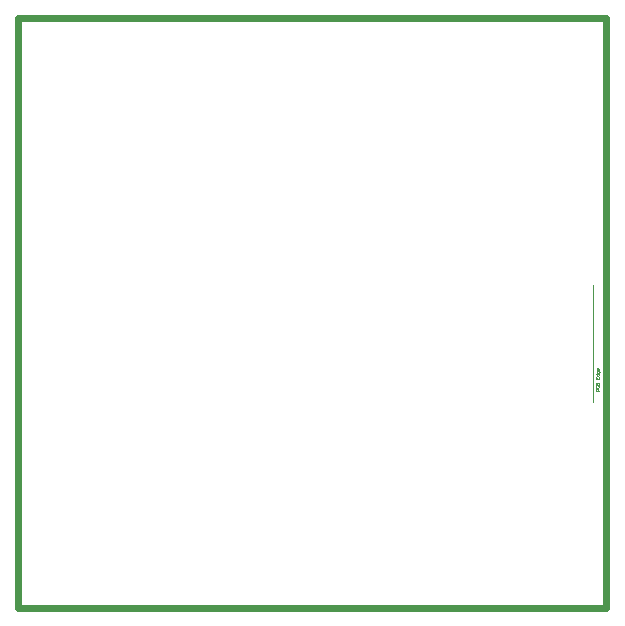
<source format=gm1>
%FSLAX24Y24*%
%MOMM*%
%SFA1B1*%

%IPPOS*%
%ADD10C,0.599948*%
%ADD62C,0.100076*%
%ADD63C,0.029972*%
%LNpcb_cloud_controller-1*%
%LPD*%
G54D10*
X938530Y619760D02*
X1436370D01*
X938530Y1118870D02*
X1436370D01*
X938530D02*
Y619760D01*
X1436370Y1118870D02*
Y619760D01*
G54D62*
X1425369Y794189D02*
Y893188D01*
G54D63*
X1429692Y803325D02*
X1427192D01*
Y804575*
X1427609Y804992*
X1428442*
X1428859Y804575*
Y803325*
X1427609Y807491D02*
X1427192Y807074D01*
Y806241*
X1427609Y805825*
X1429275*
X1429692Y806241*
Y807074*
X1429275Y807491*
X1427192Y808324D02*
X1429692D01*
Y809574*
X1429275Y809990*
X1428859*
X1428442Y809574*
Y808324*
Y809574*
X1428026Y809990*
X1427609*
X1427192Y809574*
Y808324*
Y814989D02*
Y813323D01*
X1429692*
Y814989*
X1428442Y813323D02*
Y814156D01*
X1427192Y817488D02*
X1429692D01*
Y816239*
X1429275Y815822*
X1428442*
X1428026Y816239*
Y817488*
X1430525Y819152D02*
Y819571D01*
X1430108Y819988*
X1428026*
Y818738*
X1428442Y818321*
X1429275*
X1429692Y818738*
Y819988*
Y822068D02*
Y821235D01*
X1429275Y820818*
X1428442*
X1428026Y821235*
Y822068*
X1428442Y822485*
X1428859*
Y820818*
M02*
</source>
